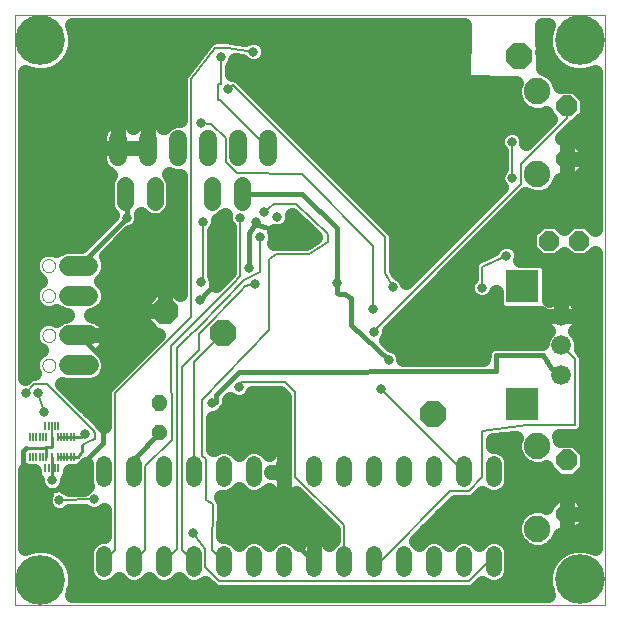
<source format=gtl>
G75*
%MOIN*%
%OFA0B0*%
%FSLAX24Y24*%
%IPPOS*%
%LPD*%
%AMOC8*
5,1,8,0,0,1.08239X$1,22.5*
%
%ADD10C,0.0000*%
%ADD11OC8,0.0850*%
%ADD12C,0.0520*%
%ADD13C,0.0560*%
%ADD14C,0.0104*%
%ADD15OC8,0.0660*%
%ADD16OC8,0.0700*%
%ADD17C,0.0885*%
%ADD18C,0.0660*%
%ADD19R,0.1102X0.1102*%
%ADD20C,0.0600*%
%ADD21C,0.0650*%
%ADD22R,0.0112X0.0276*%
%ADD23C,0.0160*%
%ADD24C,0.0317*%
%ADD25C,0.0110*%
%ADD26C,0.0500*%
%ADD27C,0.0100*%
%ADD28C,0.0080*%
%ADD29C,0.1660*%
D10*
X000350Y000350D02*
X000350Y020035D01*
X020035Y020035D01*
X020035Y000350D01*
X000350Y000350D01*
X001267Y008344D02*
X001269Y008373D01*
X001275Y008401D01*
X001284Y008429D01*
X001297Y008455D01*
X001314Y008478D01*
X001333Y008500D01*
X001355Y008519D01*
X001380Y008534D01*
X001406Y008547D01*
X001434Y008555D01*
X001462Y008560D01*
X001491Y008561D01*
X001520Y008558D01*
X001548Y008551D01*
X001575Y008541D01*
X001601Y008527D01*
X001624Y008510D01*
X001645Y008490D01*
X001663Y008467D01*
X001678Y008442D01*
X001689Y008415D01*
X001697Y008387D01*
X001701Y008358D01*
X001701Y008330D01*
X001697Y008301D01*
X001689Y008273D01*
X001678Y008246D01*
X001663Y008221D01*
X001645Y008198D01*
X001624Y008178D01*
X001601Y008161D01*
X001575Y008147D01*
X001548Y008137D01*
X001520Y008130D01*
X001491Y008127D01*
X001462Y008128D01*
X001434Y008133D01*
X001406Y008141D01*
X001380Y008154D01*
X001355Y008169D01*
X001333Y008188D01*
X001314Y008210D01*
X001297Y008233D01*
X001284Y008259D01*
X001275Y008287D01*
X001269Y008315D01*
X001267Y008344D01*
X001267Y009344D02*
X001269Y009373D01*
X001275Y009401D01*
X001284Y009429D01*
X001297Y009455D01*
X001314Y009478D01*
X001333Y009500D01*
X001355Y009519D01*
X001380Y009534D01*
X001406Y009547D01*
X001434Y009555D01*
X001462Y009560D01*
X001491Y009561D01*
X001520Y009558D01*
X001548Y009551D01*
X001575Y009541D01*
X001601Y009527D01*
X001624Y009510D01*
X001645Y009490D01*
X001663Y009467D01*
X001678Y009442D01*
X001689Y009415D01*
X001697Y009387D01*
X001701Y009358D01*
X001701Y009330D01*
X001697Y009301D01*
X001689Y009273D01*
X001678Y009246D01*
X001663Y009221D01*
X001645Y009198D01*
X001624Y009178D01*
X001601Y009161D01*
X001575Y009147D01*
X001548Y009137D01*
X001520Y009130D01*
X001491Y009127D01*
X001462Y009128D01*
X001434Y009133D01*
X001406Y009141D01*
X001380Y009154D01*
X001355Y009169D01*
X001333Y009188D01*
X001314Y009210D01*
X001297Y009233D01*
X001284Y009259D01*
X001275Y009287D01*
X001269Y009315D01*
X001267Y009344D01*
X001259Y010670D02*
X001261Y010699D01*
X001267Y010727D01*
X001276Y010755D01*
X001289Y010781D01*
X001306Y010804D01*
X001325Y010826D01*
X001347Y010845D01*
X001372Y010860D01*
X001398Y010873D01*
X001426Y010881D01*
X001454Y010886D01*
X001483Y010887D01*
X001512Y010884D01*
X001540Y010877D01*
X001567Y010867D01*
X001593Y010853D01*
X001616Y010836D01*
X001637Y010816D01*
X001655Y010793D01*
X001670Y010768D01*
X001681Y010741D01*
X001689Y010713D01*
X001693Y010684D01*
X001693Y010656D01*
X001689Y010627D01*
X001681Y010599D01*
X001670Y010572D01*
X001655Y010547D01*
X001637Y010524D01*
X001616Y010504D01*
X001593Y010487D01*
X001567Y010473D01*
X001540Y010463D01*
X001512Y010456D01*
X001483Y010453D01*
X001454Y010454D01*
X001426Y010459D01*
X001398Y010467D01*
X001372Y010480D01*
X001347Y010495D01*
X001325Y010514D01*
X001306Y010536D01*
X001289Y010559D01*
X001276Y010585D01*
X001267Y010613D01*
X001261Y010641D01*
X001259Y010670D01*
X001259Y011670D02*
X001261Y011699D01*
X001267Y011727D01*
X001276Y011755D01*
X001289Y011781D01*
X001306Y011804D01*
X001325Y011826D01*
X001347Y011845D01*
X001372Y011860D01*
X001398Y011873D01*
X001426Y011881D01*
X001454Y011886D01*
X001483Y011887D01*
X001512Y011884D01*
X001540Y011877D01*
X001567Y011867D01*
X001593Y011853D01*
X001616Y011836D01*
X001637Y011816D01*
X001655Y011793D01*
X001670Y011768D01*
X001681Y011741D01*
X001689Y011713D01*
X001693Y011684D01*
X001693Y011656D01*
X001689Y011627D01*
X001681Y011599D01*
X001670Y011572D01*
X001655Y011547D01*
X001637Y011524D01*
X001616Y011504D01*
X001593Y011487D01*
X001567Y011473D01*
X001540Y011463D01*
X001512Y011456D01*
X001483Y011453D01*
X001454Y011454D01*
X001426Y011459D01*
X001398Y011467D01*
X001372Y011480D01*
X001347Y011495D01*
X001325Y011514D01*
X001306Y011536D01*
X001289Y011559D01*
X001276Y011585D01*
X001267Y011613D01*
X001261Y011641D01*
X001259Y011670D01*
D11*
X005350Y010143D03*
X007280Y009422D03*
X014277Y006729D03*
X017168Y018666D03*
D12*
X016317Y005065D02*
X016317Y004545D01*
X015317Y004545D02*
X015317Y005065D01*
X014317Y005065D02*
X014317Y004545D01*
X013317Y004545D02*
X013317Y005065D01*
X012317Y005065D02*
X012317Y004545D01*
X011317Y004545D02*
X011317Y005065D01*
X010317Y005065D02*
X010317Y004545D01*
X009317Y004545D02*
X009317Y005065D01*
X008317Y005065D02*
X008317Y004545D01*
X007317Y004545D02*
X007317Y005065D01*
X006317Y005065D02*
X006317Y004545D01*
X005317Y004545D02*
X005317Y005065D01*
X004317Y005065D02*
X004317Y004545D01*
X003317Y004545D02*
X003317Y005065D01*
X003317Y002065D02*
X003317Y001545D01*
X004317Y001545D02*
X004317Y002065D01*
X005317Y002065D02*
X005317Y001545D01*
X006317Y001545D02*
X006317Y002065D01*
X007317Y002065D02*
X007317Y001545D01*
X008317Y001545D02*
X008317Y002065D01*
X009317Y002065D02*
X009317Y001545D01*
X010317Y001545D02*
X010317Y002065D01*
X011317Y002065D02*
X011317Y001545D01*
X012317Y001545D02*
X012317Y002065D01*
X013317Y002065D02*
X013317Y001545D01*
X014317Y001545D02*
X014317Y002065D01*
X015317Y002065D02*
X015317Y001545D01*
X016317Y001545D02*
X016317Y002065D01*
D13*
X007916Y013783D02*
X007916Y014343D01*
X006916Y014343D02*
X006916Y013783D01*
X005021Y013790D02*
X005021Y014350D01*
X004021Y014350D02*
X004021Y013790D01*
D14*
X004998Y007072D02*
X004946Y007020D01*
X004946Y007192D01*
X005067Y007313D01*
X005239Y007313D01*
X005360Y007192D01*
X005360Y007020D01*
X005239Y006899D01*
X005067Y006899D01*
X004946Y007020D01*
X005024Y007052D01*
X005024Y007160D01*
X005099Y007235D01*
X005207Y007235D01*
X005282Y007160D01*
X005282Y007052D01*
X005207Y006977D01*
X005099Y006977D01*
X005024Y007052D01*
X005102Y007085D01*
X005102Y007127D01*
X005132Y007157D01*
X005174Y007157D01*
X005204Y007127D01*
X005204Y007085D01*
X005174Y007055D01*
X005132Y007055D01*
X005102Y007085D01*
X004998Y006082D02*
X004946Y006030D01*
X004946Y006202D01*
X005067Y006323D01*
X005239Y006323D01*
X005360Y006202D01*
X005360Y006030D01*
X005239Y005909D01*
X005067Y005909D01*
X004946Y006030D01*
X005024Y006062D01*
X005024Y006170D01*
X005099Y006245D01*
X005207Y006245D01*
X005282Y006170D01*
X005282Y006062D01*
X005207Y005987D01*
X005099Y005987D01*
X005024Y006062D01*
X005102Y006095D01*
X005102Y006137D01*
X005132Y006167D01*
X005174Y006167D01*
X005204Y006137D01*
X005204Y006095D01*
X005174Y006065D01*
X005132Y006065D01*
X005102Y006095D01*
D15*
X018157Y012502D03*
X019157Y012502D03*
D16*
X018753Y015208D03*
X018753Y016988D03*
X018753Y005177D03*
X018753Y003397D03*
D17*
X017773Y002907D03*
X017773Y005667D03*
X017773Y014718D03*
X017773Y017478D03*
D18*
X018568Y009996D03*
X018568Y009011D03*
X018568Y008027D03*
D19*
X017268Y007043D03*
X017268Y010980D03*
D20*
X008804Y015289D02*
X008804Y015889D01*
X007804Y015889D02*
X007804Y015289D01*
X006804Y015289D02*
X006804Y015889D01*
X005804Y015889D02*
X005804Y015289D01*
X004804Y015289D02*
X004804Y015889D01*
X003804Y015889D02*
X003804Y015289D01*
D21*
X002801Y011670D02*
X002151Y011670D01*
X002151Y010670D02*
X002801Y010670D01*
X002809Y009344D02*
X002160Y009344D01*
X002160Y008344D02*
X002809Y008344D01*
D22*
X001804Y006336D03*
X001696Y006336D03*
X001588Y006336D03*
X001481Y006336D03*
X001374Y006336D03*
X001588Y006148D03*
X001588Y005953D03*
X001785Y005953D03*
X001892Y005953D03*
X001999Y005953D03*
X002105Y005953D03*
X002214Y005953D03*
X002321Y005953D03*
X002320Y005304D03*
X002213Y005304D03*
X002104Y005304D03*
X001998Y005305D03*
X001891Y005305D03*
X001785Y005303D03*
X001588Y005303D03*
X001391Y005303D03*
X001286Y005304D03*
X001179Y005304D03*
X001070Y005304D03*
X000964Y005304D03*
X000857Y005304D03*
X001374Y004920D03*
X001481Y004920D03*
X001588Y004920D03*
X001696Y004920D03*
X001804Y004920D03*
X001588Y005083D03*
X001391Y005953D03*
X001282Y005953D03*
X001175Y005953D03*
X001066Y005953D03*
X000960Y005953D03*
X000853Y005953D03*
D23*
X000728Y005602D02*
X000633Y005507D01*
X000633Y005019D01*
X001460Y004193D01*
X001728Y004193D01*
X002476Y004941D01*
X002610Y004807D01*
X002476Y004941D02*
X003295Y005759D01*
X003295Y008547D01*
X002492Y009350D01*
X002484Y009344D01*
X006508Y010536D02*
X007466Y011591D01*
X008158Y011591D02*
X008159Y012774D01*
X008372Y013073D01*
X009111Y012837D01*
X009681Y012477D01*
X008372Y013073D02*
X008381Y013114D01*
X007917Y014059D02*
X007916Y014063D01*
X007917Y014059D02*
X009909Y014068D01*
X011082Y012923D01*
X011084Y011098D01*
X011079Y010769D01*
X011153Y010736D01*
X011358Y010736D01*
X011476Y010618D01*
X011550Y010584D01*
X011553Y010274D01*
X011553Y009691D01*
X012816Y008534D01*
X016385Y008690D02*
X016376Y008165D01*
X007830Y008130D01*
X007071Y007370D01*
X007071Y007137D01*
X006929Y007137D01*
X006929Y007082D01*
X005193Y006114D02*
X005153Y006116D01*
X005193Y006114D02*
X004319Y005240D01*
X004319Y004807D01*
X004317Y004805D01*
X008090Y002437D02*
X008145Y002492D01*
X009626Y002492D01*
X010311Y001807D01*
X010317Y001805D01*
X008090Y002437D02*
X007842Y002408D01*
X008720Y003849D02*
X009279Y003322D01*
X017973Y008690D02*
X018229Y008268D01*
X018568Y008027D01*
X017973Y008690D02*
X016385Y008690D01*
X004075Y013267D02*
X004011Y013200D01*
X003176Y012352D01*
X002476Y011670D01*
X004075Y013267D02*
X004074Y014004D01*
X004021Y014070D01*
D24*
X004075Y013267D03*
X006626Y013126D03*
X007845Y013263D03*
X008381Y013114D03*
X008673Y013445D03*
X009101Y013299D03*
X008538Y012625D03*
X009681Y012477D03*
X008158Y011591D03*
X008358Y011060D03*
X007466Y011591D03*
X006572Y011109D03*
X006508Y010536D03*
X011084Y011098D03*
X012297Y010239D03*
X012941Y010955D03*
X012326Y009468D03*
X012816Y008534D03*
X012573Y007573D03*
X007818Y007611D03*
X006929Y007082D03*
X002684Y006056D03*
X001329Y006778D03*
X001122Y007437D03*
X000720Y007437D03*
X002610Y004807D03*
X001595Y004511D03*
X002988Y003881D03*
X001834Y003842D03*
X006286Y002741D03*
X007842Y002408D03*
X009279Y003322D03*
X008720Y003849D03*
X015921Y010932D03*
X016735Y011998D03*
X016926Y014596D03*
X016918Y015799D03*
X008304Y018805D03*
X007214Y018608D03*
X007472Y017573D03*
X006543Y016434D03*
D25*
X002684Y006056D02*
X002561Y005957D01*
X002561Y005953D01*
X001785Y005953D01*
X001588Y005953D02*
X001588Y005626D01*
X001389Y005627D01*
X001334Y005602D01*
X000728Y005602D01*
X001389Y005627D02*
X001390Y005336D01*
X001588Y005303D02*
X001592Y005303D01*
X001597Y004851D01*
X001595Y004511D01*
D26*
X001138Y004338D02*
X000700Y004338D01*
X001107Y004414D02*
X001107Y004527D01*
X001038Y004596D01*
X000988Y004717D01*
X000988Y004836D01*
X000949Y004836D01*
X000948Y004836D01*
X000735Y004836D01*
X000700Y004851D01*
X000700Y002251D01*
X000752Y002281D01*
X001047Y002360D01*
X001353Y002360D01*
X001648Y002281D01*
X001912Y002128D01*
X002128Y001912D01*
X002281Y001648D01*
X002360Y001353D01*
X002360Y001047D01*
X002281Y000752D01*
X002251Y000700D01*
X018136Y000700D01*
X018099Y000765D01*
X018019Y001060D01*
X018019Y001365D01*
X018099Y001660D01*
X018251Y001924D01*
X018467Y002140D01*
X018732Y002293D01*
X019027Y002372D01*
X019332Y002372D01*
X019627Y002293D01*
X019685Y002260D01*
X019685Y012096D01*
X019430Y011842D01*
X018884Y011842D01*
X018657Y012068D01*
X018430Y011842D01*
X017932Y011842D01*
X018007Y011811D01*
X018099Y011718D01*
X018150Y011597D01*
X018150Y010532D01*
X018189Y010562D01*
X018266Y010607D01*
X018349Y010641D01*
X018435Y010664D01*
X018523Y010676D01*
X018568Y010676D01*
X018568Y009996D01*
X018568Y009996D01*
X019248Y009996D01*
X019248Y010040D01*
X019236Y010129D01*
X019213Y010215D01*
X019179Y010297D01*
X019134Y010374D01*
X019080Y010445D01*
X019017Y010508D01*
X018946Y010562D01*
X018869Y010607D01*
X018787Y010641D01*
X018701Y010664D01*
X018612Y010676D01*
X018568Y010676D01*
X018568Y009996D01*
X018568Y009996D01*
X019248Y009996D01*
X019248Y009951D01*
X019236Y009863D01*
X019213Y009777D01*
X019179Y009694D01*
X019134Y009617D01*
X019080Y009546D01*
X019023Y009489D01*
X019127Y009385D01*
X019228Y009143D01*
X019228Y008880D01*
X019227Y008878D01*
X019333Y008772D01*
X019389Y008636D01*
X019389Y007839D01*
X019391Y006423D01*
X019391Y006423D01*
X019391Y006349D01*
X019391Y006276D01*
X019391Y006276D01*
X019391Y006276D01*
X019362Y006208D01*
X019334Y006140D01*
X019334Y006140D01*
X019334Y006140D01*
X019282Y006088D01*
X019230Y006036D01*
X019230Y006036D01*
X019230Y006036D01*
X019163Y006008D01*
X019095Y005979D01*
X019094Y005979D01*
X019094Y005979D01*
X019021Y005979D01*
X018947Y005979D01*
X018947Y005979D01*
X018480Y005979D01*
X018531Y005857D01*
X019035Y005857D01*
X019433Y005459D01*
X019433Y004895D01*
X019035Y004497D01*
X018472Y004497D01*
X018073Y004895D01*
X018073Y004955D01*
X017927Y004895D01*
X017620Y004895D01*
X017336Y005012D01*
X017118Y005229D01*
X017001Y005513D01*
X017001Y005821D01*
X017046Y005931D01*
X016303Y005841D01*
X016303Y005655D01*
X016435Y005655D01*
X016651Y005565D01*
X016817Y005399D01*
X016907Y005183D01*
X016907Y004428D01*
X016817Y004211D01*
X016651Y004045D01*
X016435Y003955D01*
X016200Y003955D01*
X015983Y004045D01*
X015933Y004095D01*
X015790Y003951D01*
X015790Y003951D01*
X015686Y003847D01*
X015550Y003791D01*
X015023Y003791D01*
X013724Y002492D01*
X013817Y002400D01*
X013983Y002565D01*
X014200Y002655D01*
X014435Y002655D01*
X014651Y002565D01*
X014817Y002400D01*
X014983Y002565D01*
X015200Y002655D01*
X015435Y002655D01*
X015651Y002565D01*
X015817Y002400D01*
X015983Y002565D01*
X016200Y002655D01*
X016435Y002655D01*
X016651Y002565D01*
X016817Y002399D01*
X016907Y002183D01*
X016907Y001428D01*
X016817Y001211D01*
X016651Y001045D01*
X016435Y000955D01*
X016200Y000955D01*
X015983Y001045D01*
X015933Y001095D01*
X015790Y000951D01*
X015686Y000847D01*
X015550Y000791D01*
X007087Y000791D01*
X006951Y000847D01*
X006703Y001096D01*
X006651Y001045D01*
X006435Y000955D01*
X006200Y000955D01*
X005983Y001045D01*
X005817Y001211D01*
X005651Y001045D01*
X005435Y000955D01*
X005200Y000955D01*
X004983Y001045D01*
X004817Y001211D01*
X004651Y001045D01*
X004435Y000955D01*
X004200Y000955D01*
X003983Y001045D01*
X003817Y001211D01*
X003651Y001045D01*
X003435Y000955D01*
X003200Y000955D01*
X002983Y001045D01*
X002817Y001211D01*
X002727Y001428D01*
X002727Y002183D01*
X002817Y002399D01*
X002983Y002565D01*
X003200Y002655D01*
X003334Y002655D01*
X003334Y003537D01*
X003265Y003467D01*
X003085Y003393D01*
X002891Y003393D01*
X002711Y003467D01*
X002678Y003500D01*
X002166Y003483D01*
X002111Y003428D01*
X001931Y003353D01*
X001737Y003353D01*
X001557Y003428D01*
X001420Y003565D01*
X001346Y003744D01*
X001346Y003939D01*
X001398Y004064D01*
X001318Y004097D01*
X001181Y004234D01*
X001107Y004414D01*
X000734Y004837D02*
X000700Y004837D01*
X002083Y004540D02*
X002083Y004414D01*
X002032Y004289D01*
X002111Y004256D01*
X002144Y004222D01*
X002656Y004240D01*
X002711Y004295D01*
X002772Y004320D01*
X002727Y004428D01*
X002727Y005044D01*
X002706Y005016D01*
X002681Y005001D01*
X002661Y004981D01*
X002654Y004978D01*
X002563Y004887D01*
X002442Y004837D01*
X002226Y004837D01*
X002226Y004837D01*
X002190Y004837D01*
X002190Y004717D01*
X002139Y004595D01*
X002083Y004540D01*
X002052Y004338D02*
X002765Y004338D01*
X002727Y004837D02*
X002190Y004837D01*
X001346Y003840D02*
X000700Y003840D01*
X000700Y003341D02*
X003334Y003341D01*
X003334Y002843D02*
X000700Y002843D01*
X000700Y002344D02*
X000988Y002344D01*
X001412Y002344D02*
X002794Y002344D01*
X002727Y001846D02*
X002167Y001846D01*
X002360Y001347D02*
X002761Y001347D01*
X002307Y000849D02*
X006950Y000849D01*
X007817Y002400D02*
X007651Y002565D01*
X007435Y002655D01*
X007307Y002655D01*
X007317Y003695D01*
X007323Y003750D01*
X007318Y003768D01*
X007318Y003787D01*
X007297Y003838D01*
X007281Y003892D01*
X007270Y003906D01*
X007263Y003923D01*
X007231Y003955D01*
X007435Y003955D01*
X007651Y004045D01*
X007817Y004211D01*
X007983Y004045D01*
X008200Y003955D01*
X008435Y003955D01*
X008651Y004045D01*
X008811Y004204D01*
X008852Y004148D01*
X008920Y004080D01*
X008998Y004024D01*
X009083Y003980D01*
X009174Y003950D01*
X009269Y003935D01*
X009317Y003935D01*
X009317Y004805D01*
X008907Y004805D01*
X008907Y004805D01*
X009317Y004805D01*
X009317Y004805D01*
X009317Y004805D01*
X009317Y003935D01*
X009365Y003935D01*
X009460Y003950D01*
X009551Y003980D01*
X009637Y004024D01*
X009715Y004080D01*
X009717Y004082D01*
X010941Y002858D01*
X010941Y002523D01*
X010824Y002406D01*
X010783Y002463D01*
X010715Y002531D01*
X010637Y002587D01*
X010551Y002631D01*
X010460Y002660D01*
X010365Y002675D01*
X010317Y002675D01*
X010269Y002675D01*
X010174Y002660D01*
X010083Y002631D01*
X009998Y002587D01*
X009920Y002531D01*
X009852Y002463D01*
X009811Y002406D01*
X009651Y002565D01*
X009435Y002655D01*
X009200Y002655D01*
X008983Y002565D01*
X008817Y002400D01*
X008651Y002565D01*
X008435Y002655D01*
X008200Y002655D01*
X007983Y002565D01*
X007817Y002400D01*
X007309Y002843D02*
X010941Y002843D01*
X010317Y002675D02*
X010317Y001805D01*
X010317Y002675D01*
X010317Y002344D02*
X010317Y002344D01*
X010317Y001846D02*
X010317Y001846D01*
X010317Y001805D02*
X010317Y001805D01*
X010458Y003341D02*
X007314Y003341D01*
X007297Y003840D02*
X009959Y003840D01*
X009317Y004338D02*
X009317Y004338D01*
X009334Y004805D02*
X009317Y004805D01*
X009317Y005675D01*
X009269Y005675D01*
X009174Y005660D01*
X009083Y005631D01*
X008998Y005587D01*
X008920Y005531D01*
X008852Y005463D01*
X008811Y005406D01*
X008651Y005565D01*
X008435Y005655D01*
X008200Y005655D01*
X007983Y005565D01*
X007817Y005400D01*
X007651Y005565D01*
X007435Y005655D01*
X007200Y005655D01*
X006983Y005565D01*
X006964Y005546D01*
X006964Y006594D01*
X007027Y006594D01*
X007206Y006668D01*
X007344Y006806D01*
X007361Y006848D01*
X007418Y006905D01*
X007481Y007056D01*
X007481Y007201D01*
X007509Y007229D01*
X007541Y007197D01*
X007721Y007123D01*
X007915Y007123D01*
X008095Y007197D01*
X008232Y007334D01*
X008271Y007429D01*
X009197Y007429D01*
X009334Y007291D01*
X009334Y005675D01*
X009317Y005675D01*
X009317Y004805D01*
X009317Y004805D01*
X009317Y004805D01*
X009334Y004805D01*
X009334Y004805D01*
X009317Y004837D02*
X009317Y004837D01*
X009317Y005335D02*
X009317Y005335D01*
X009334Y005834D02*
X006964Y005834D01*
X006964Y006332D02*
X009334Y006332D01*
X009334Y006831D02*
X007354Y006831D01*
X008227Y007329D02*
X009297Y007329D01*
X012724Y009175D02*
X012740Y009191D01*
X012815Y009371D01*
X012815Y009488D01*
X017374Y014047D01*
X017620Y013946D01*
X017927Y013946D01*
X018211Y014063D01*
X018428Y014280D01*
X018523Y014508D01*
X018753Y014508D01*
X018753Y015208D01*
X018753Y015208D01*
X018753Y015908D01*
X018589Y015908D01*
X018989Y016308D01*
X019035Y016308D01*
X019433Y016706D01*
X019433Y017270D01*
X019035Y017668D01*
X018531Y017668D01*
X018428Y017916D01*
X018211Y018133D01*
X017942Y018244D01*
X017915Y019685D01*
X018136Y019685D01*
X018101Y019624D01*
X018022Y019329D01*
X018022Y019024D01*
X018101Y018729D01*
X018253Y018464D01*
X018469Y018248D01*
X018734Y018096D01*
X019029Y018017D01*
X019334Y018017D01*
X019629Y018096D01*
X019685Y018128D01*
X019685Y012907D01*
X019430Y013162D01*
X018884Y013162D01*
X018657Y012935D01*
X018430Y013162D01*
X017884Y013162D01*
X017497Y012775D01*
X017497Y012228D01*
X017864Y011861D01*
X017207Y011861D01*
X017223Y011901D01*
X017223Y012095D01*
X017149Y012275D01*
X017011Y012412D01*
X016832Y012486D01*
X016637Y012486D01*
X016458Y012412D01*
X016321Y012275D01*
X016293Y012208D01*
X015775Y011980D01*
X015710Y011953D01*
X015707Y011951D01*
X015704Y011949D01*
X015655Y011899D01*
X015606Y011849D01*
X015605Y011846D01*
X015602Y011843D01*
X015576Y011778D01*
X015550Y011713D01*
X015550Y011709D01*
X015548Y011705D01*
X015550Y011636D01*
X015550Y011546D01*
X015550Y011473D01*
X015550Y011400D01*
X015550Y011399D01*
X015550Y011252D01*
X015507Y011208D01*
X015432Y011029D01*
X015432Y010835D01*
X015507Y010655D01*
X015644Y010518D01*
X015824Y010443D01*
X016018Y010443D01*
X016197Y010518D01*
X016335Y010655D01*
X016387Y010782D01*
X016387Y010363D01*
X016437Y010242D01*
X016530Y010149D01*
X016652Y010099D01*
X017885Y010099D01*
X017896Y010103D01*
X017888Y010040D01*
X017888Y009996D01*
X018568Y009996D01*
X018568Y009996D01*
X017888Y009996D01*
X017888Y009951D01*
X017899Y009863D01*
X017922Y009777D01*
X017956Y009694D01*
X018001Y009617D01*
X018055Y009546D01*
X018112Y009489D01*
X018008Y009385D01*
X017908Y009143D01*
X017908Y009100D01*
X016388Y009100D01*
X016311Y009102D01*
X016307Y009100D01*
X016303Y009100D01*
X016231Y009071D01*
X016159Y009042D01*
X016156Y009039D01*
X016153Y009038D01*
X016098Y008983D01*
X016041Y008929D01*
X016040Y008925D01*
X016037Y008923D01*
X016007Y008851D01*
X015976Y008779D01*
X015976Y008775D01*
X015975Y008772D01*
X015975Y008694D01*
X015973Y008573D01*
X013305Y008562D01*
X013305Y008631D01*
X013230Y008810D01*
X013093Y008948D01*
X012914Y009022D01*
X012890Y009022D01*
X012724Y009175D01*
X012795Y009323D02*
X017982Y009323D01*
X017910Y009822D02*
X013148Y009822D01*
X013646Y010320D02*
X016405Y010320D01*
X015439Y010819D02*
X014145Y010819D01*
X014643Y011317D02*
X015550Y011317D01*
X015550Y011546D02*
X015550Y011546D01*
X015591Y011816D02*
X015142Y011816D01*
X015640Y012314D02*
X016360Y012314D01*
X016139Y012813D02*
X017535Y012813D01*
X017497Y012314D02*
X017109Y012314D01*
X017995Y011816D02*
X019685Y011816D01*
X019685Y011317D02*
X018150Y011317D01*
X018150Y010819D02*
X019685Y010819D01*
X019685Y010320D02*
X019166Y010320D01*
X018568Y010320D02*
X018568Y010320D01*
X019225Y009822D02*
X019685Y009822D01*
X019685Y009323D02*
X019153Y009323D01*
X019281Y008825D02*
X019685Y008825D01*
X019685Y008326D02*
X019389Y008326D01*
X019389Y007828D02*
X019685Y007828D01*
X019685Y007329D02*
X019390Y007329D01*
X019390Y006831D02*
X019685Y006831D01*
X019685Y006332D02*
X019391Y006332D01*
X019685Y005834D02*
X019059Y005834D01*
X019433Y005335D02*
X019685Y005335D01*
X019685Y004837D02*
X019375Y004837D01*
X019685Y004338D02*
X016870Y004338D01*
X016907Y004837D02*
X018132Y004837D01*
X018463Y004097D02*
X018053Y003687D01*
X018053Y003627D01*
X017927Y003680D01*
X017620Y003680D01*
X017336Y003562D01*
X017118Y003345D01*
X017001Y003061D01*
X017001Y002753D01*
X017118Y002469D01*
X017336Y002252D01*
X017620Y002135D01*
X017927Y002135D01*
X018211Y002252D01*
X018428Y002469D01*
X018523Y002697D01*
X018753Y002697D01*
X018753Y003397D01*
X018753Y004097D01*
X018463Y004097D01*
X018753Y004097D02*
X018753Y003397D01*
X018753Y003397D01*
X018753Y003397D01*
X018753Y002697D01*
X019043Y002697D01*
X019453Y003107D01*
X019453Y003397D01*
X018753Y003397D01*
X019453Y003397D01*
X019453Y003687D01*
X019043Y004097D01*
X018753Y004097D01*
X018753Y003840D02*
X018753Y003840D01*
X018206Y003840D02*
X015667Y003840D01*
X014573Y003341D02*
X017117Y003341D01*
X017001Y002843D02*
X014074Y002843D01*
X016840Y002344D02*
X017244Y002344D01*
X016907Y001846D02*
X018206Y001846D01*
X018303Y002344D02*
X018921Y002344D01*
X019437Y002344D02*
X019685Y002344D01*
X019685Y002843D02*
X019189Y002843D01*
X018753Y002843D02*
X018753Y002843D01*
X018753Y003341D02*
X018753Y003341D01*
X018753Y003397D02*
X018753Y003397D01*
X019453Y003341D02*
X019685Y003341D01*
X019685Y003840D02*
X019301Y003840D01*
X017075Y005335D02*
X016844Y005335D01*
X017006Y005834D02*
X016303Y005834D01*
X015996Y008825D02*
X013216Y008825D01*
X013401Y011121D02*
X013356Y011232D01*
X013218Y011370D01*
X013121Y011410D01*
X013057Y011530D01*
X013048Y011684D01*
X013048Y012543D01*
X013048Y012543D01*
X013048Y012617D01*
X013048Y012690D01*
X013048Y012691D01*
X013020Y012758D01*
X012992Y012826D01*
X012992Y012827D01*
X012940Y012878D01*
X012888Y012931D01*
X012888Y012931D01*
X007888Y017926D01*
X007857Y017966D01*
X007836Y017978D01*
X007819Y017994D01*
X007773Y018014D01*
X007729Y018039D01*
X007705Y018042D01*
X007683Y018051D01*
X007633Y018051D01*
X007583Y018057D01*
X007581Y018057D01*
X007580Y018057D01*
X007582Y018285D01*
X007628Y018331D01*
X007702Y018511D01*
X007702Y018528D01*
X007927Y018491D01*
X008027Y018391D01*
X008207Y018317D01*
X008401Y018317D01*
X008581Y018391D01*
X008718Y018529D01*
X008792Y018708D01*
X008792Y018903D01*
X008718Y019082D01*
X008581Y019219D01*
X008401Y019294D01*
X008207Y019294D01*
X008037Y019223D01*
X007566Y019299D01*
X007530Y019313D01*
X007494Y019311D01*
X007457Y019317D01*
X007421Y019308D01*
X007414Y019308D01*
X007090Y019308D01*
X007066Y019314D01*
X007017Y019308D01*
X006966Y019308D01*
X006944Y019299D01*
X006920Y019296D01*
X006877Y019271D01*
X006830Y019252D01*
X006813Y019235D01*
X006793Y019223D01*
X006762Y019183D01*
X006726Y019148D01*
X006717Y019125D01*
X005946Y018131D01*
X005910Y018095D01*
X005901Y018073D01*
X005886Y018054D01*
X005873Y018005D01*
X005854Y017959D01*
X005854Y017935D01*
X005848Y017912D01*
X005854Y017862D01*
X005854Y016519D01*
X005679Y016519D01*
X005447Y016423D01*
X005315Y016291D01*
X005294Y016319D01*
X005233Y016379D01*
X005166Y016431D01*
X005092Y016473D01*
X005013Y016506D01*
X004931Y016528D01*
X004847Y016539D01*
X004804Y016539D01*
X004804Y015589D01*
X004154Y015589D01*
X003804Y015589D01*
X003804Y015589D01*
X003154Y015589D01*
X003154Y015246D01*
X003165Y015162D01*
X003187Y015080D01*
X003220Y015001D01*
X003262Y014927D01*
X003314Y014860D01*
X003374Y014799D01*
X003442Y014747D01*
X003514Y014706D01*
X003504Y014695D01*
X003411Y014471D01*
X003411Y013669D01*
X003504Y013444D01*
X003587Y013361D01*
X003587Y013353D01*
X002887Y012642D01*
X002561Y012325D01*
X002021Y012325D01*
X001781Y012225D01*
X001732Y012177D01*
X001589Y012237D01*
X001364Y012237D01*
X001155Y012151D01*
X000996Y011991D01*
X000910Y011783D01*
X000910Y011558D01*
X000996Y011349D01*
X001155Y011190D01*
X001203Y011170D01*
X001155Y011151D01*
X000996Y010991D01*
X000910Y010783D01*
X000910Y010558D01*
X000996Y010349D01*
X001155Y010190D01*
X001364Y010104D01*
X001589Y010104D01*
X001732Y010163D01*
X001781Y010115D01*
X002021Y010016D01*
X002091Y010016D01*
X002028Y010007D01*
X001942Y009984D01*
X001861Y009950D01*
X001784Y009906D01*
X001722Y009859D01*
X001597Y009910D01*
X001372Y009910D01*
X001164Y009824D01*
X001004Y009665D01*
X000918Y009457D01*
X000918Y009231D01*
X001004Y009023D01*
X001164Y008864D01*
X001211Y008844D01*
X001164Y008824D01*
X001164Y008825D02*
X000700Y008825D01*
X001004Y008665D02*
X000918Y008457D01*
X000918Y008231D01*
X000976Y008090D01*
X000930Y008090D01*
X000794Y008034D01*
X000700Y007940D01*
X000700Y018125D01*
X000753Y018094D01*
X001048Y018015D01*
X001353Y018015D01*
X001648Y018094D01*
X001913Y018247D01*
X002129Y018463D01*
X002282Y018727D01*
X002361Y019022D01*
X002361Y019328D01*
X002282Y019623D01*
X002246Y019685D01*
X015311Y019685D01*
X015298Y017775D01*
X017055Y017763D01*
X017001Y017632D01*
X017001Y017324D01*
X017118Y017040D01*
X017336Y016823D01*
X017620Y016706D01*
X017927Y016706D01*
X018073Y016766D01*
X018073Y016706D01*
X018207Y016573D01*
X017407Y015773D01*
X017407Y015896D01*
X017333Y016076D01*
X017195Y016213D01*
X017016Y016288D01*
X016821Y016288D01*
X016642Y016213D01*
X016504Y016076D01*
X016430Y015896D01*
X016430Y015702D01*
X016504Y015522D01*
X016550Y015476D01*
X016554Y014915D01*
X016512Y014873D01*
X016437Y014693D01*
X016437Y014499D01*
X016512Y014320D01*
X016556Y014276D01*
X013401Y011121D01*
X013271Y011317D02*
X013597Y011317D01*
X014095Y011816D02*
X013048Y011816D01*
X013048Y012314D02*
X014594Y012314D01*
X015092Y012813D02*
X012998Y012813D01*
X012992Y012827D02*
X012992Y012827D01*
X013048Y012691D02*
X013048Y012691D01*
X012507Y013311D02*
X015591Y013311D01*
X016089Y013810D02*
X012008Y013810D01*
X011509Y014308D02*
X016523Y014308D01*
X016484Y014807D02*
X011010Y014807D01*
X010511Y015305D02*
X016551Y015305D01*
X016430Y015804D02*
X010012Y015804D01*
X009513Y016302D02*
X017936Y016302D01*
X017438Y015804D02*
X017407Y015804D01*
X018753Y015804D02*
X018753Y015804D01*
X018753Y015908D02*
X018753Y015208D01*
X018753Y015208D01*
X018753Y014508D01*
X019043Y014508D01*
X019453Y014918D01*
X019453Y015208D01*
X018753Y015208D01*
X018753Y015208D01*
X019453Y015208D01*
X019453Y015498D01*
X019043Y015908D01*
X018753Y015908D01*
X019148Y015804D02*
X019685Y015804D01*
X019685Y016302D02*
X018983Y016302D01*
X019433Y016801D02*
X019685Y016801D01*
X019685Y017299D02*
X019404Y017299D01*
X019685Y017798D02*
X018477Y017798D01*
X018422Y018296D02*
X017941Y018296D01*
X017932Y018795D02*
X018083Y018795D01*
X018022Y019293D02*
X017922Y019293D01*
X015308Y019293D02*
X008403Y019293D01*
X008205Y019293D02*
X007606Y019293D01*
X006915Y019293D02*
X002361Y019293D01*
X002300Y018795D02*
X006461Y018795D01*
X006074Y018296D02*
X001962Y018296D01*
X000700Y017798D02*
X005854Y017798D01*
X005854Y017299D02*
X000700Y017299D01*
X000700Y016801D02*
X005854Y016801D01*
X005326Y016302D02*
X005306Y016302D01*
X004804Y016302D02*
X004804Y016302D01*
X004677Y016528D02*
X004595Y016506D01*
X004516Y016473D01*
X004442Y016431D01*
X004374Y016379D01*
X004314Y016319D01*
X004304Y016305D01*
X004294Y016319D01*
X004233Y016379D01*
X004166Y016431D01*
X004092Y016473D01*
X004013Y016506D01*
X003931Y016528D01*
X003847Y016539D01*
X003804Y016539D01*
X003804Y015589D01*
X003804Y015589D01*
X004804Y015589D01*
X004804Y015589D01*
X004804Y015589D01*
X004804Y016539D01*
X004761Y016539D01*
X004677Y016528D01*
X003804Y016539D02*
X003761Y016539D01*
X003677Y016528D01*
X003595Y016506D01*
X003516Y016473D01*
X003442Y016431D01*
X003374Y016379D01*
X003314Y016319D01*
X003262Y016251D01*
X003220Y016177D01*
X003187Y016098D01*
X003165Y016016D01*
X003154Y015932D01*
X003154Y015589D01*
X003804Y015589D01*
X003804Y015589D01*
X003804Y016539D01*
X003804Y016302D02*
X003804Y016302D01*
X003804Y015804D02*
X003804Y015804D01*
X003154Y015804D02*
X000700Y015804D01*
X000700Y016302D02*
X003302Y016302D01*
X003154Y015305D02*
X000700Y015305D01*
X000700Y014807D02*
X003367Y014807D01*
X003411Y014308D02*
X000700Y014308D01*
X000700Y013810D02*
X003411Y013810D01*
X003545Y013311D02*
X000700Y013311D01*
X000700Y012813D02*
X003054Y012813D01*
X003714Y012314D02*
X005854Y012314D01*
X005854Y012813D02*
X004254Y012813D01*
X004172Y012779D02*
X004352Y012853D01*
X004489Y012990D01*
X004563Y013170D01*
X004563Y013364D01*
X004549Y013399D01*
X004675Y013273D01*
X004899Y013180D01*
X005142Y013180D01*
X005366Y013273D01*
X005538Y013444D01*
X005631Y013669D01*
X005631Y014471D01*
X005538Y014695D01*
X005500Y014733D01*
X005679Y014659D01*
X005854Y014659D01*
X005854Y010735D01*
X005671Y010918D01*
X005350Y010918D01*
X005350Y010143D01*
X005350Y010143D01*
X004575Y010143D01*
X004575Y009822D01*
X005029Y009368D01*
X005128Y009368D01*
X003495Y007735D01*
X003391Y007630D01*
X003334Y007494D01*
X003334Y006323D01*
X003297Y006361D01*
X003281Y006379D01*
X003278Y006386D01*
X003231Y006433D01*
X003187Y006481D01*
X003180Y006485D01*
X001937Y007728D01*
X002029Y007689D01*
X002939Y007689D01*
X003180Y007789D01*
X003364Y007973D01*
X003464Y008214D01*
X003464Y008474D01*
X003364Y008715D01*
X003249Y008831D01*
X003255Y008836D01*
X003318Y008898D01*
X003372Y008968D01*
X003416Y009045D01*
X003450Y009127D01*
X003472Y009212D01*
X003484Y009300D01*
X003484Y009344D01*
X003484Y009388D01*
X003472Y009476D01*
X003450Y009561D01*
X003416Y009643D01*
X003372Y009720D01*
X003318Y009790D01*
X003255Y009852D01*
X003185Y009906D01*
X003108Y009950D01*
X003027Y009984D01*
X002941Y010007D01*
X002878Y010016D01*
X002931Y010016D01*
X003172Y010115D01*
X003356Y010299D01*
X003456Y010540D01*
X003456Y010801D01*
X003356Y011041D01*
X003227Y011170D01*
X003356Y011299D01*
X003456Y011540D01*
X003456Y011801D01*
X003382Y011980D01*
X003407Y012004D01*
X003411Y012006D01*
X003465Y012061D01*
X003520Y012115D01*
X003522Y012119D01*
X004172Y012779D01*
X004172Y012779D01*
X004563Y013311D02*
X004637Y013311D01*
X005405Y013311D02*
X005854Y013311D01*
X005854Y013810D02*
X005631Y013810D01*
X005631Y014308D02*
X005854Y014308D01*
X007114Y013205D02*
X007262Y013266D01*
X007356Y013360D01*
X007356Y013166D01*
X007431Y012987D01*
X007476Y012941D01*
X007482Y011563D01*
X007479Y011458D01*
X007359Y011309D01*
X007059Y011008D01*
X007061Y011012D01*
X007061Y011206D01*
X006994Y011366D01*
X006994Y011700D01*
X006995Y012805D01*
X007040Y012849D01*
X007114Y013029D01*
X007114Y013205D01*
X007307Y013311D02*
X007356Y013311D01*
X007477Y012813D02*
X007003Y012813D01*
X006995Y012314D02*
X007479Y012314D01*
X007481Y011816D02*
X006994Y011816D01*
X007015Y011317D02*
X007365Y011317D01*
X005854Y011317D02*
X003363Y011317D01*
X003448Y010819D02*
X004929Y010819D01*
X005029Y010918D02*
X004575Y010464D01*
X004575Y010143D01*
X005350Y010143D01*
X005350Y010143D01*
X005350Y010918D01*
X005029Y010918D01*
X005350Y010819D02*
X005350Y010819D01*
X005770Y010819D02*
X005854Y010819D01*
X005350Y010320D02*
X005350Y010320D01*
X004575Y010320D02*
X003365Y010320D01*
X003286Y009822D02*
X004575Y009822D01*
X005083Y009323D02*
X003484Y009323D01*
X003484Y009344D02*
X002484Y009344D01*
X003484Y009344D01*
X003255Y008825D02*
X004585Y008825D01*
X004086Y008326D02*
X003464Y008326D01*
X003588Y007828D02*
X003219Y007828D01*
X003334Y007329D02*
X002335Y007329D01*
X002834Y006831D02*
X003334Y006831D01*
X003325Y006332D02*
X003334Y006332D01*
X000918Y008326D02*
X000700Y008326D01*
X001004Y008665D02*
X001164Y008824D01*
X000918Y009323D02*
X000700Y009323D01*
X000700Y009822D02*
X001161Y009822D01*
X001025Y010320D02*
X000700Y010320D01*
X000700Y010819D02*
X000924Y010819D01*
X001028Y011317D02*
X000700Y011317D01*
X000700Y011816D02*
X000923Y011816D01*
X000700Y012314D02*
X001994Y012314D01*
X003450Y011816D02*
X005854Y011816D01*
X008983Y012423D02*
X009027Y012528D01*
X009027Y012722D01*
X008987Y012818D01*
X009004Y012811D01*
X009198Y012811D01*
X009377Y012885D01*
X009515Y013023D01*
X009589Y013202D01*
X009589Y013359D01*
X010372Y012617D01*
X010068Y012428D01*
X009105Y012431D01*
X009060Y012438D01*
X009032Y012432D01*
X009004Y012432D01*
X008983Y012423D01*
X008989Y012813D02*
X009000Y012813D01*
X009202Y012813D02*
X010166Y012813D01*
X009640Y013311D02*
X009589Y013311D01*
X004804Y015804D02*
X004804Y015804D01*
X008016Y017798D02*
X015298Y017798D01*
X015301Y018296D02*
X007593Y018296D01*
X008792Y018795D02*
X015305Y018795D01*
X017011Y017299D02*
X008515Y017299D01*
X009014Y016801D02*
X017390Y016801D01*
X018753Y015305D02*
X018753Y015305D01*
X019453Y015305D02*
X019685Y015305D01*
X019685Y014807D02*
X019342Y014807D01*
X018753Y014807D02*
X018753Y014807D01*
X018440Y014308D02*
X019685Y014308D01*
X019685Y013810D02*
X017136Y013810D01*
X016637Y013311D02*
X019685Y013311D01*
X002484Y009344D02*
X002484Y009344D01*
X016874Y001347D02*
X018019Y001347D01*
X018076Y000849D02*
X015687Y000849D01*
D27*
X002590Y005496D02*
X002590Y005679D01*
X002590Y005496D02*
X002446Y005303D01*
X001785Y005303D01*
X001391Y005303D02*
X001390Y005336D01*
X001588Y005953D02*
X001586Y005953D01*
D28*
X002590Y005679D02*
X002923Y005850D01*
X003026Y005899D01*
X003029Y006107D01*
X002964Y006177D01*
X001421Y007720D01*
X001004Y007720D01*
X000720Y007437D01*
X001122Y007437D02*
X001329Y006778D01*
X003704Y007421D02*
X003704Y002193D01*
X003319Y001807D01*
X003317Y001805D01*
X004317Y001805D02*
X004319Y001807D01*
X004704Y002193D01*
X004704Y004996D01*
X005578Y005870D01*
X005568Y008984D01*
X007634Y011062D01*
X007846Y011323D01*
X007852Y011559D01*
X007845Y013263D01*
X008673Y013445D02*
X008978Y013737D01*
X009731Y013735D01*
X010804Y012717D01*
X010802Y012449D01*
X010173Y012058D01*
X009076Y012062D01*
X008839Y011888D01*
X008839Y009510D01*
X006594Y007185D01*
X006594Y005326D01*
X006726Y005215D01*
X006730Y004988D01*
X006730Y004047D01*
X006720Y003841D01*
X006947Y003717D01*
X006933Y002185D01*
X007311Y001807D01*
X007317Y001805D01*
X006704Y001618D02*
X006704Y002216D01*
X006286Y002741D01*
X005933Y002185D02*
X006311Y001807D01*
X006317Y001805D01*
X006704Y001618D02*
X007161Y001161D01*
X015476Y001161D01*
X016114Y001799D01*
X016311Y001799D01*
X016317Y001805D01*
X014870Y004161D02*
X012515Y001807D01*
X012319Y001807D01*
X012317Y001805D01*
X011317Y001805D02*
X011311Y001807D01*
X011311Y003011D01*
X009704Y004618D01*
X009704Y007444D01*
X009350Y007799D01*
X007901Y007799D01*
X007818Y007611D01*
X006319Y008460D02*
X007279Y009421D01*
X007280Y009422D01*
X006484Y009397D02*
X006484Y008854D01*
X005933Y008303D01*
X005933Y002185D01*
X005744Y002232D02*
X005319Y001807D01*
X005317Y001805D01*
X005744Y002232D02*
X005764Y008911D01*
X006130Y009286D01*
X006157Y009314D01*
X006443Y009605D01*
X007995Y011194D01*
X008538Y011470D01*
X008538Y012625D01*
X006626Y013126D02*
X006624Y011700D01*
X006624Y011109D01*
X006572Y011109D01*
X007878Y010822D02*
X008021Y010982D01*
X008358Y011060D01*
X007878Y010822D02*
X006484Y009397D01*
X006224Y009941D02*
X003704Y007421D01*
X006319Y008460D02*
X006319Y004807D01*
X006317Y004805D01*
X002988Y003881D02*
X001834Y003842D01*
X012326Y009468D02*
X012311Y009507D01*
X017208Y014405D01*
X017208Y015051D01*
X018752Y016594D01*
X018753Y016988D01*
X016918Y015799D02*
X016926Y014596D01*
X012678Y012617D02*
X007610Y017681D01*
X007472Y017573D01*
X007209Y017737D02*
X007209Y017815D01*
X007214Y018608D01*
X007040Y018938D02*
X006224Y017885D01*
X006224Y009941D01*
X009914Y014734D02*
X012293Y012337D01*
X012293Y010901D01*
X012295Y010901D01*
X012297Y010239D01*
X012941Y010955D02*
X012693Y011429D01*
X012678Y011673D01*
X012678Y012617D01*
X015920Y011640D02*
X015920Y011473D01*
X015921Y010932D01*
X015920Y011640D02*
X016735Y011998D01*
X018568Y009011D02*
X018570Y009011D01*
X019019Y008563D01*
X019019Y007838D01*
X019021Y006349D01*
X017429Y006349D01*
X015933Y006169D01*
X015933Y004618D01*
X015476Y004161D01*
X014870Y004161D01*
X015311Y004807D02*
X015317Y004805D01*
X015311Y004807D02*
X012573Y007573D01*
X009914Y014734D02*
X007752Y014744D01*
X007381Y015114D01*
X007381Y015909D01*
X006901Y016389D01*
X006543Y016434D01*
X007113Y017200D02*
X007113Y017737D01*
X007209Y017737D01*
X007193Y017200D02*
X007113Y017200D01*
X007193Y017200D02*
X008799Y015594D01*
X008804Y015589D01*
X008304Y018805D02*
X007471Y018940D01*
X007421Y018938D01*
X007040Y018938D01*
D29*
X001201Y019175D03*
X019182Y019177D03*
X019179Y001212D03*
X001200Y001200D03*
M02*

</source>
